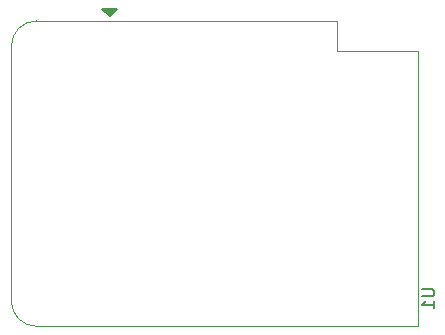
<source format=gbo>
G04 #@! TF.GenerationSoftware,KiCad,Pcbnew,9.0.5*
G04 #@! TF.CreationDate,2025-11-23T21:58:28+00:00*
G04 #@! TF.ProjectId,OpenThermShield,4f70656e-5468-4657-926d-536869656c64,rev?*
G04 #@! TF.SameCoordinates,Original*
G04 #@! TF.FileFunction,Legend,Bot*
G04 #@! TF.FilePolarity,Positive*
%FSLAX46Y46*%
G04 Gerber Fmt 4.6, Leading zero omitted, Abs format (unit mm)*
G04 Created by KiCad (PCBNEW 9.0.5) date 2025-11-23 21:58:28*
%MOMM*%
%LPD*%
G01*
G04 APERTURE LIST*
G04 Aperture macros list*
%AMRoundRect*
0 Rectangle with rounded corners*
0 $1 Rounding radius*
0 $2 $3 $4 $5 $6 $7 $8 $9 X,Y pos of 4 corners*
0 Add a 4 corners polygon primitive as box body*
4,1,4,$2,$3,$4,$5,$6,$7,$8,$9,$2,$3,0*
0 Add four circle primitives for the rounded corners*
1,1,$1+$1,$2,$3*
1,1,$1+$1,$4,$5*
1,1,$1+$1,$6,$7*
1,1,$1+$1,$8,$9*
0 Add four rect primitives between the rounded corners*
20,1,$1+$1,$2,$3,$4,$5,0*
20,1,$1+$1,$4,$5,$6,$7,0*
20,1,$1+$1,$6,$7,$8,$9,0*
20,1,$1+$1,$8,$9,$2,$3,0*%
G04 Aperture macros list end*
%ADD10C,0.150000*%
%ADD11C,0.120000*%
%ADD12R,1.800000X1.800000*%
%ADD13C,1.800000*%
%ADD14C,1.400000*%
%ADD15RoundRect,0.250000X-0.550000X0.550000X-0.550000X-0.550000X0.550000X-0.550000X0.550000X0.550000X0*%
%ADD16C,1.600000*%
%ADD17RoundRect,0.249999X0.850001X-0.850001X0.850001X0.850001X-0.850001X0.850001X-0.850001X-0.850001X0*%
%ADD18C,2.200000*%
%ADD19RoundRect,0.250000X0.550000X-0.550000X0.550000X0.550000X-0.550000X0.550000X-0.550000X-0.550000X0*%
%ADD20RoundRect,0.249999X-0.850001X0.850001X-0.850001X-0.850001X0.850001X-0.850001X0.850001X0.850001X0*%
%ADD21R,1.050000X1.500000*%
%ADD22O,1.050000X1.500000*%
%ADD23RoundRect,0.250001X-1.149999X-1.149999X1.149999X-1.149999X1.149999X1.149999X-1.149999X1.149999X0*%
%ADD24C,2.800000*%
%ADD25R,2.000000X2.000000*%
%ADD26O,1.600000X2.000000*%
G04 APERTURE END LIST*
D10*
X114564819Y-89293095D02*
X115374342Y-89293095D01*
X115374342Y-89293095D02*
X115469580Y-89340714D01*
X115469580Y-89340714D02*
X115517200Y-89388333D01*
X115517200Y-89388333D02*
X115564819Y-89483571D01*
X115564819Y-89483571D02*
X115564819Y-89674047D01*
X115564819Y-89674047D02*
X115517200Y-89769285D01*
X115517200Y-89769285D02*
X115469580Y-89816904D01*
X115469580Y-89816904D02*
X115374342Y-89864523D01*
X115374342Y-89864523D02*
X114564819Y-89864523D01*
X115564819Y-90864523D02*
X115564819Y-90293095D01*
X115564819Y-90578809D02*
X114564819Y-90578809D01*
X114564819Y-90578809D02*
X114707676Y-90483571D01*
X114707676Y-90483571D02*
X114802914Y-90388333D01*
X114802914Y-90388333D02*
X114850533Y-90293095D01*
D11*
G04 #@! TO.C,U1*
X114230000Y-92415000D02*
X81900000Y-92415000D01*
X114230000Y-69095000D02*
X114230000Y-92415000D01*
X107330000Y-69095000D02*
X114230000Y-69095000D01*
X107330000Y-66555000D02*
X107330000Y-69095000D01*
X107330000Y-66555000D02*
X81900000Y-66555000D01*
X79770000Y-90295000D02*
X79770000Y-68685000D01*
X81900000Y-92415000D02*
G75*
G02*
X79770000Y-90285000I0J2130000D01*
G01*
X79770000Y-68685000D02*
G75*
G02*
X81900000Y-66555000I2130002J-2D01*
G01*
D10*
X88110000Y-66150000D02*
X87475000Y-65515000D01*
X88745000Y-65515000D01*
X88110000Y-66150000D01*
G36*
X88110000Y-66150000D02*
G01*
X87475000Y-65515000D01*
X88745000Y-65515000D01*
X88110000Y-66150000D01*
G37*
G04 #@! TD*
%LPC*%
D12*
G04 #@! TO.C,D12*
X111560000Y-46960000D03*
D13*
X111560000Y-49500000D03*
G04 #@! TD*
D14*
G04 #@! TO.C,R8*
X111500000Y-52190000D03*
X111500000Y-59810000D03*
G04 #@! TD*
G04 #@! TO.C,R9*
X103500000Y-59810000D03*
X103500000Y-52190000D03*
G04 #@! TD*
D13*
G04 #@! TO.C,D11*
X103530000Y-49500000D03*
D12*
X103530000Y-46960000D03*
G04 #@! TD*
G04 #@! TO.C,D10*
X94970000Y-46960000D03*
D13*
X94970000Y-49500000D03*
G04 #@! TD*
D12*
G04 #@! TO.C,D2*
X120730000Y-104500000D03*
D13*
X123270000Y-104500000D03*
G04 #@! TD*
D15*
G04 #@! TO.C,D9*
X109130000Y-138690000D03*
D16*
X109130000Y-146310000D03*
G04 #@! TD*
D14*
G04 #@! TO.C,R2*
X127000000Y-104310000D03*
X127000000Y-96690000D03*
G04 #@! TD*
D15*
G04 #@! TO.C,U3*
X130775000Y-109195000D03*
D16*
X128235000Y-109195000D03*
X128235000Y-116815000D03*
X130775000Y-116815000D03*
G04 #@! TD*
D14*
G04 #@! TO.C,R3*
X107500000Y-97190000D03*
X107500000Y-104810000D03*
G04 #@! TD*
G04 #@! TO.C,R1*
X134000000Y-104310000D03*
X134000000Y-96690000D03*
G04 #@! TD*
G04 #@! TO.C,R4*
X112000000Y-97190000D03*
X112000000Y-104810000D03*
G04 #@! TD*
D17*
G04 #@! TO.C,D6*
X95130000Y-129580000D03*
D18*
X95130000Y-119420000D03*
G04 #@! TD*
D19*
G04 #@! TO.C,U2*
X108225000Y-116305000D03*
D16*
X110765000Y-116305000D03*
X110765000Y-108685000D03*
X108225000Y-108685000D03*
G04 #@! TD*
D14*
G04 #@! TO.C,R10*
X94970000Y-52190000D03*
X94970000Y-59810000D03*
G04 #@! TD*
G04 #@! TO.C,R7*
X138630000Y-120190000D03*
X138630000Y-127810000D03*
G04 #@! TD*
D20*
G04 #@! TO.C,D1*
X122000000Y-119420000D03*
D18*
X122000000Y-129580000D03*
G04 #@! TD*
D21*
G04 #@! TO.C,Q1*
X129860000Y-124360000D03*
D22*
X131130000Y-124360000D03*
X132400000Y-124360000D03*
G04 #@! TD*
D19*
G04 #@! TO.C,D4*
X124130000Y-146310000D03*
D16*
X124130000Y-138690000D03*
G04 #@! TD*
D14*
G04 #@! TO.C,R6*
X110130000Y-121190000D03*
X110130000Y-128810000D03*
G04 #@! TD*
G04 #@! TO.C,R5*
X116630000Y-128810000D03*
X116630000Y-121190000D03*
G04 #@! TD*
D15*
G04 #@! TO.C,D8*
X130130000Y-138690000D03*
D16*
X130130000Y-146310000D03*
G04 #@! TD*
D19*
G04 #@! TO.C,D7*
X115630000Y-146310000D03*
D16*
X115630000Y-138690000D03*
G04 #@! TD*
D17*
G04 #@! TO.C,D5*
X102630000Y-129580000D03*
D18*
X102630000Y-119420000D03*
G04 #@! TD*
D12*
G04 #@! TO.C,D3*
X117770000Y-97000000D03*
D13*
X115230000Y-97000000D03*
G04 #@! TD*
D23*
G04 #@! TO.C,J1*
X117880000Y-155467500D03*
D24*
X122880000Y-155467500D03*
G04 #@! TD*
D25*
G04 #@! TO.C,U1*
X88110000Y-68055000D03*
D26*
X90650000Y-68055000D03*
X93190000Y-68055000D03*
X95730000Y-68055000D03*
X98270000Y-68055000D03*
X100810000Y-68055000D03*
X103350000Y-68055000D03*
X105890000Y-68055000D03*
X105890000Y-90915000D03*
X103350000Y-90915000D03*
X100810000Y-90915000D03*
X98270000Y-90915000D03*
X95730000Y-90915000D03*
X93190000Y-90915000D03*
X90650000Y-90915000D03*
X88110000Y-90915000D03*
G04 #@! TD*
%LPD*%
M02*

</source>
